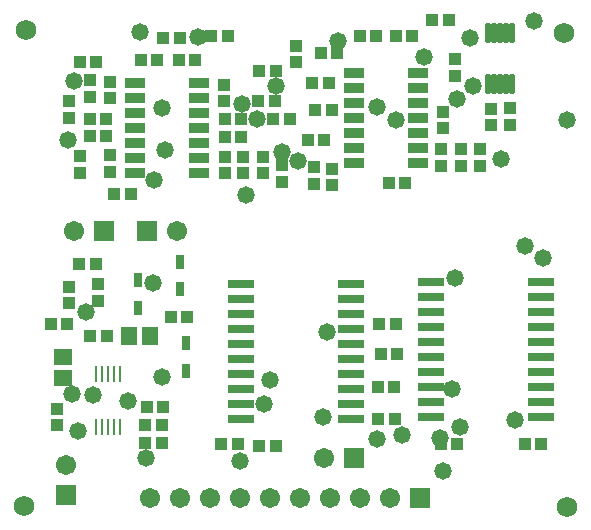
<source format=gts>
G04*
G04 #@! TF.GenerationSoftware,Altium Limited,Altium Designer,22.8.2 (66)*
G04*
G04 Layer_Color=8388736*
%FSLAX44Y44*%
%MOMM*%
G71*
G04*
G04 #@! TF.SameCoordinates,219079CE-D9F2-4F20-8337-977AF1FC8BC2*
G04*
G04*
G04 #@! TF.FilePolarity,Negative*
G04*
G01*
G75*
%ADD20R,0.2794X1.3335*%
%ADD24R,1.1032X1.0032*%
%ADD25R,1.7282X0.8532*%
G04:AMPARAMS|DCode=26|XSize=1.6732mm|YSize=0.4832mm|CornerRadius=0.1366mm|HoleSize=0mm|Usage=FLASHONLY|Rotation=270.000|XOffset=0mm|YOffset=0mm|HoleType=Round|Shape=RoundedRectangle|*
%AMROUNDEDRECTD26*
21,1,1.6732,0.2100,0,0,270.0*
21,1,1.4000,0.4832,0,0,270.0*
1,1,0.2732,-0.1050,-0.7000*
1,1,0.2732,-0.1050,0.7000*
1,1,0.2732,0.1050,0.7000*
1,1,0.2732,0.1050,-0.7000*
%
%ADD26ROUNDEDRECTD26*%
%ADD27R,1.0032X1.1032*%
%ADD28R,2.2032X0.8032*%
%ADD29R,1.4032X1.6032*%
%ADD30R,1.6032X1.4032*%
%ADD31R,0.7032X1.2782*%
%ADD32R,1.7032X1.7032*%
%ADD33C,1.7032*%
%ADD34C,1.7272*%
%ADD35R,1.7032X1.7032*%
%ADD36C,1.4732*%
D20*
X82702Y88329D02*
D03*
X87706D02*
D03*
X92710D02*
D03*
X97714D02*
D03*
X102718D02*
D03*
Y132652D02*
D03*
X97714D02*
D03*
X92710D02*
D03*
X87706D02*
D03*
X82702D02*
D03*
D24*
X266700Y293990D02*
D03*
Y307990D02*
D03*
X374650Y309230D02*
D03*
Y323230D02*
D03*
X281940Y306721D02*
D03*
Y292721D02*
D03*
X416560Y343520D02*
D03*
Y357520D02*
D03*
X190501Y363840D02*
D03*
Y377840D02*
D03*
X191770Y302880D02*
D03*
Y316880D02*
D03*
X207010Y302880D02*
D03*
Y316880D02*
D03*
X223520Y302880D02*
D03*
Y316880D02*
D03*
X433070Y344140D02*
D03*
X93980Y366380D02*
D03*
Y380380D02*
D03*
X59690Y349870D02*
D03*
Y363870D02*
D03*
X77470Y367650D02*
D03*
Y381650D02*
D03*
X240030Y295879D02*
D03*
Y309879D02*
D03*
X93980Y318150D02*
D03*
Y304150D02*
D03*
X68580Y317530D02*
D03*
Y303530D02*
D03*
X433070Y358140D02*
D03*
X386577Y385430D02*
D03*
Y399430D02*
D03*
X375920Y354980D02*
D03*
Y340980D02*
D03*
X407098Y309230D02*
D03*
Y323230D02*
D03*
X251460Y410860D02*
D03*
Y396860D02*
D03*
X391160Y309230D02*
D03*
Y323230D02*
D03*
X49530Y89520D02*
D03*
Y103520D02*
D03*
X59690Y207010D02*
D03*
Y193010D02*
D03*
X83820Y194930D02*
D03*
Y208930D02*
D03*
D25*
X355103Y387782D02*
D03*
Y375082D02*
D03*
Y362382D02*
D03*
Y336982D02*
D03*
Y324282D02*
D03*
Y311582D02*
D03*
X300863D02*
D03*
Y324282D02*
D03*
Y336982D02*
D03*
Y362382D02*
D03*
Y375082D02*
D03*
Y387782D02*
D03*
Y349682D02*
D03*
X355103D02*
D03*
X169561Y379796D02*
D03*
Y367096D02*
D03*
Y354397D02*
D03*
Y341697D02*
D03*
Y328997D02*
D03*
Y316297D02*
D03*
Y303596D02*
D03*
X115321D02*
D03*
Y316297D02*
D03*
Y328997D02*
D03*
Y341697D02*
D03*
Y354397D02*
D03*
Y367096D02*
D03*
Y379796D02*
D03*
D26*
X434180Y421460D02*
D03*
X429180D02*
D03*
X424180D02*
D03*
X419180D02*
D03*
X414180D02*
D03*
Y378460D02*
D03*
X419180D02*
D03*
X424180D02*
D03*
X429180D02*
D03*
X434180D02*
D03*
D27*
X367000Y433070D02*
D03*
X381000D02*
D03*
X191270Y334010D02*
D03*
X205270D02*
D03*
X191270Y349250D02*
D03*
X205270D02*
D03*
X349900Y419100D02*
D03*
X179690D02*
D03*
X388000Y73660D02*
D03*
X202378D02*
D03*
X305420Y419100D02*
D03*
X459120Y73660D02*
D03*
X139050Y417830D02*
D03*
X234330Y72390D02*
D03*
X275590Y330923D02*
D03*
X261590D02*
D03*
X82580Y397510D02*
D03*
X68580D02*
D03*
X220330Y72390D02*
D03*
X153050Y417830D02*
D03*
X193690Y419100D02*
D03*
X188378Y73660D02*
D03*
X265502Y379730D02*
D03*
X279502D02*
D03*
X233710Y364490D02*
D03*
X219710D02*
D03*
X234330Y389890D02*
D03*
X220330D02*
D03*
X97760Y285750D02*
D03*
X111760D02*
D03*
X90820Y349250D02*
D03*
X76820D02*
D03*
X134000Y398780D02*
D03*
X120000D02*
D03*
X90820Y334707D02*
D03*
X76820D02*
D03*
X152370Y398780D02*
D03*
X166370D02*
D03*
X286400Y405130D02*
D03*
X272400D02*
D03*
X321930Y175260D02*
D03*
X335930D02*
D03*
X268118Y356870D02*
D03*
X282118D02*
D03*
X337200Y149860D02*
D03*
X323200D02*
D03*
X232410Y349250D02*
D03*
X246410D02*
D03*
X344199Y294640D02*
D03*
X330200D02*
D03*
X334660Y121920D02*
D03*
X320660D02*
D03*
X321310Y95250D02*
D03*
X335310D02*
D03*
X445120Y73660D02*
D03*
X319420Y419100D02*
D03*
X335900D02*
D03*
X374000Y73660D02*
D03*
X123810Y74930D02*
D03*
X137810D02*
D03*
X123810Y90170D02*
D03*
X137810D02*
D03*
X57800Y175260D02*
D03*
X43800D02*
D03*
X67930Y226060D02*
D03*
X81930D02*
D03*
X159423Y181610D02*
D03*
X145422D02*
D03*
X139080Y105410D02*
D03*
X125080D02*
D03*
X91440Y165100D02*
D03*
X77440D02*
D03*
D28*
X204978Y209550D02*
D03*
Y196850D02*
D03*
Y184150D02*
D03*
Y171450D02*
D03*
Y158750D02*
D03*
Y146050D02*
D03*
Y133350D02*
D03*
Y120650D02*
D03*
Y107950D02*
D03*
Y95250D02*
D03*
X297978D02*
D03*
Y107950D02*
D03*
Y120650D02*
D03*
Y133350D02*
D03*
Y146050D02*
D03*
Y158750D02*
D03*
Y171450D02*
D03*
Y184150D02*
D03*
Y196850D02*
D03*
Y209550D02*
D03*
X365760Y121920D02*
D03*
X458760Y96520D02*
D03*
X365760Y210820D02*
D03*
Y198120D02*
D03*
Y185420D02*
D03*
Y172720D02*
D03*
Y160020D02*
D03*
Y147320D02*
D03*
Y134620D02*
D03*
Y109220D02*
D03*
Y96520D02*
D03*
X458760Y109220D02*
D03*
Y121920D02*
D03*
Y134620D02*
D03*
Y147320D02*
D03*
Y160020D02*
D03*
Y172720D02*
D03*
Y185420D02*
D03*
Y198120D02*
D03*
Y210820D02*
D03*
D29*
X110380Y165100D02*
D03*
X128380D02*
D03*
D30*
X54610Y147430D02*
D03*
Y129430D02*
D03*
D31*
X158750Y158940D02*
D03*
Y135700D02*
D03*
X153670Y228107D02*
D03*
Y204867D02*
D03*
X118110Y212280D02*
D03*
Y189040D02*
D03*
D32*
X356870Y27940D02*
D03*
X125730Y254000D02*
D03*
X88900D02*
D03*
X300990Y62230D02*
D03*
D33*
X331470Y27940D02*
D03*
X280670D02*
D03*
X255270D02*
D03*
X229870D02*
D03*
X204470D02*
D03*
X179070D02*
D03*
X153670D02*
D03*
X128270D02*
D03*
X306070D02*
D03*
X275590Y62230D02*
D03*
X151130Y254000D02*
D03*
X63500D02*
D03*
X57150Y55880D02*
D03*
D34*
X481330Y20320D02*
D03*
X21590Y21590D02*
D03*
X478790Y421640D02*
D03*
X22860Y424180D02*
D03*
D35*
X57150Y30480D02*
D03*
D36*
X398780Y417830D02*
D03*
X205740Y361950D02*
D03*
X80010Y115570D02*
D03*
X234950Y376500D02*
D03*
X253420Y313384D02*
D03*
X218440Y349250D02*
D03*
X240030Y321310D02*
D03*
X401699Y376684D02*
D03*
X387956Y366139D02*
D03*
X453390Y431800D02*
D03*
X386080Y214630D02*
D03*
X445770Y241300D02*
D03*
X461010Y231140D02*
D03*
X373579Y78541D02*
D03*
X383617Y120573D02*
D03*
X320548Y78232D02*
D03*
X204470Y59690D02*
D03*
X375920Y50800D02*
D03*
X481330Y347980D02*
D03*
X436880Y93980D02*
D03*
X425450Y314960D02*
D03*
X287020Y415290D02*
D03*
X119380Y422910D02*
D03*
X278130Y168910D02*
D03*
X138430Y358140D02*
D03*
X140970Y322580D02*
D03*
X58420Y331470D02*
D03*
X63500Y381000D02*
D03*
X341630Y81280D02*
D03*
X124460Y62230D02*
D03*
X67310Y85090D02*
D03*
X109220Y110490D02*
D03*
X138430Y130810D02*
D03*
X62063Y115835D02*
D03*
X168779Y418083D02*
D03*
X320040Y359410D02*
D03*
X336550Y347980D02*
D03*
X390197Y88551D02*
D03*
X274320Y96520D02*
D03*
X229870Y128270D02*
D03*
X359909Y401827D02*
D03*
X224790Y107950D02*
D03*
X209550Y284480D02*
D03*
X73660Y185420D02*
D03*
X131826Y297688D02*
D03*
X130302Y209804D02*
D03*
M02*

</source>
